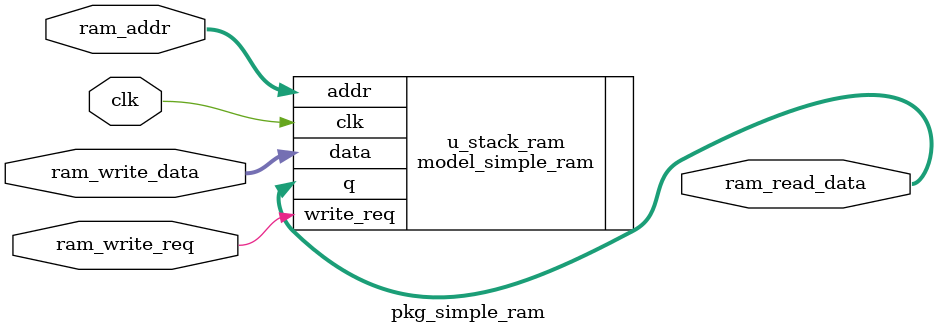
<source format=v>
module pkg_simple_ram #(
	parameter DATA_WIDTH = 8,
	parameter ADDR_WIDTH = 8
)(
	input clk,    // Clock

	input ram_write_req,
	input [ADDR_WIDTH - 1:0]ram_addr,
	input [DATA_WIDTH - 1:0]ram_write_data,
	output [DATA_WIDTH - 1:0]ram_read_data
);

model_simple_ram #(
	.RAM_WIDTH(DATA_WIDTH),
	.RAM_DEPTH_LOG(ADDR_WIDTH)
) u_stack_ram (
	.clk(clk),    // Clock

	.write_req(ram_write_req),
	.addr(ram_addr),
	.data(ram_write_data),
	.q(ram_read_data)
);

endmodule

</source>
